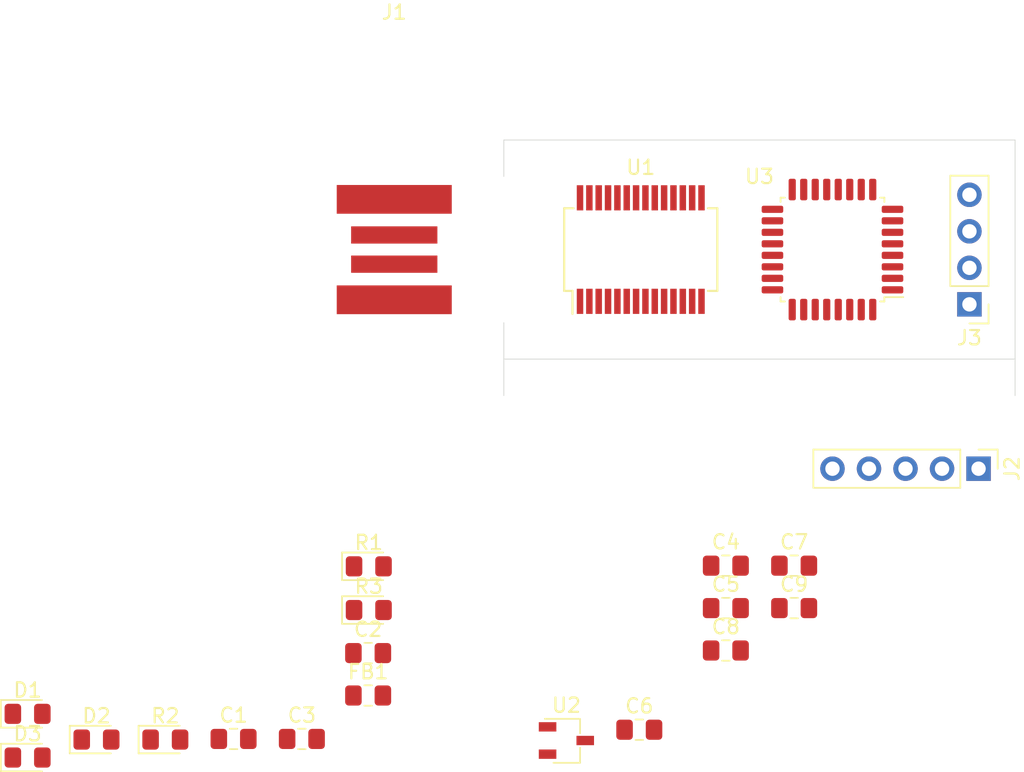
<source format=kicad_pcb>
(kicad_pcb (version 20171130) (host pcbnew "(5.1.6-0-10_14)")

  (general
    (thickness 1.6)
    (drawings 6)
    (tracks 0)
    (zones 0)
    (modules 22)
    (nets 51)
  )

  (page A4)
  (layers
    (0 F.Cu signal)
    (31 B.Cu signal)
    (32 B.Adhes user)
    (33 F.Adhes user)
    (34 B.Paste user)
    (35 F.Paste user)
    (36 B.SilkS user)
    (37 F.SilkS user)
    (38 B.Mask user)
    (39 F.Mask user)
    (40 Dwgs.User user)
    (41 Cmts.User user)
    (42 Eco1.User user)
    (43 Eco2.User user)
    (44 Edge.Cuts user)
    (45 Margin user)
    (46 B.CrtYd user)
    (47 F.CrtYd user)
    (48 B.Fab user hide)
    (49 F.Fab user hide)
  )

  (setup
    (last_trace_width 0.25)
    (trace_clearance 0.2)
    (zone_clearance 0.508)
    (zone_45_only no)
    (trace_min 0.2)
    (via_size 0.8)
    (via_drill 0.4)
    (via_min_size 0.4)
    (via_min_drill 0.3)
    (uvia_size 0.3)
    (uvia_drill 0.1)
    (uvias_allowed no)
    (uvia_min_size 0.2)
    (uvia_min_drill 0.1)
    (edge_width 0.05)
    (segment_width 0.2)
    (pcb_text_width 0.3)
    (pcb_text_size 1.5 1.5)
    (mod_edge_width 0.12)
    (mod_text_size 1 1)
    (mod_text_width 0.15)
    (pad_size 1.524 1.524)
    (pad_drill 0.762)
    (pad_to_mask_clearance 0.05)
    (aux_axis_origin 0 0)
    (visible_elements FFFFFF7F)
    (pcbplotparams
      (layerselection 0x010fc_ffffffff)
      (usegerberextensions false)
      (usegerberattributes true)
      (usegerberadvancedattributes true)
      (creategerberjobfile true)
      (excludeedgelayer true)
      (linewidth 0.100000)
      (plotframeref false)
      (viasonmask false)
      (mode 1)
      (useauxorigin false)
      (hpglpennumber 1)
      (hpglpenspeed 20)
      (hpglpendiameter 15.000000)
      (psnegative false)
      (psa4output false)
      (plotreference true)
      (plotvalue true)
      (plotinvisibletext false)
      (padsonsilk false)
      (subtractmaskfromsilk false)
      (outputformat 1)
      (mirror false)
      (drillshape 1)
      (scaleselection 1)
      (outputdirectory ""))
  )

  (net 0 "")
  (net 1 GNDS)
  (net 2 "Net-(C1-Pad1)")
  (net 3 +5V)
  (net 4 +3V3)
  (net 5 "Net-(D1-Pad1)")
  (net 6 "Net-(D2-Pad1)")
  (net 7 "Net-(D3-Pad1)")
  (net 8 "Net-(J1-Pad3)")
  (net 9 "Net-(J1-Pad2)")
  (net 10 /MCU/NRST)
  (net 11 /MCU/SYS_SWDIO)
  (net 12 /MCU/SYS_SWCLK)
  (net 13 /MCU/I2C_SDA)
  (net 14 /MCU/I2C_SCL)
  (net 15 /USB_TO_RS232/TXLED#)
  (net 16 /USB_TO_RS232/RXLED#)
  (net 17 /USB_TO_RS232/SLEEP#)
  (net 18 "Net-(U1-Pad28)")
  (net 19 "Net-(U1-Pad27)")
  (net 20 "Net-(U1-Pad19)")
  (net 21 "Net-(U1-Pad17)")
  (net 22 "Net-(U1-Pad14)")
  (net 23 "Net-(U1-Pad13)")
  (net 24 "Net-(U1-Pad11)")
  (net 25 "Net-(U1-Pad10)")
  (net 26 "Net-(U1-Pad9)")
  (net 27 "Net-(U1-Pad6)")
  (net 28 /MCU/USART_RX)
  (net 29 "Net-(U1-Pad3)")
  (net 30 "Net-(U1-Pad2)")
  (net 31 /MCU/USART_TX)
  (net 32 "Net-(U3-Pad30)")
  (net 33 "Net-(U3-Pad29)")
  (net 34 "Net-(U3-Pad28)")
  (net 35 "Net-(U3-Pad27)")
  (net 36 "Net-(U3-Pad26)")
  (net 37 "Net-(U3-Pad25)")
  (net 38 "Net-(U3-Pad22)")
  (net 39 "Net-(U3-Pad21)")
  (net 40 "Net-(U3-Pad18)")
  (net 41 "Net-(U3-Pad15)")
  (net 42 "Net-(U3-Pad14)")
  (net 43 "Net-(U3-Pad11)")
  (net 44 "Net-(U3-Pad10)")
  (net 45 "Net-(U3-Pad9)")
  (net 46 "Net-(U3-Pad8)")
  (net 47 "Net-(U3-Pad7)")
  (net 48 "Net-(U3-Pad6)")
  (net 49 "Net-(U3-Pad3)")
  (net 50 "Net-(U3-Pad2)")

  (net_class Default "This is the default net class."
    (clearance 0.2)
    (trace_width 0.25)
    (via_dia 0.8)
    (via_drill 0.4)
    (uvia_dia 0.3)
    (uvia_drill 0.1)
    (add_net +3V3)
    (add_net +5V)
    (add_net /MCU/I2C_SCL)
    (add_net /MCU/I2C_SDA)
    (add_net /MCU/NRST)
    (add_net /MCU/SYS_SWCLK)
    (add_net /MCU/SYS_SWDIO)
    (add_net /MCU/USART_RX)
    (add_net /MCU/USART_TX)
    (add_net /USB_TO_RS232/RXLED#)
    (add_net /USB_TO_RS232/SLEEP#)
    (add_net /USB_TO_RS232/TXLED#)
    (add_net GNDS)
    (add_net "Net-(C1-Pad1)")
    (add_net "Net-(D1-Pad1)")
    (add_net "Net-(D2-Pad1)")
    (add_net "Net-(D3-Pad1)")
    (add_net "Net-(J1-Pad2)")
    (add_net "Net-(J1-Pad3)")
    (add_net "Net-(U1-Pad10)")
    (add_net "Net-(U1-Pad11)")
    (add_net "Net-(U1-Pad13)")
    (add_net "Net-(U1-Pad14)")
    (add_net "Net-(U1-Pad17)")
    (add_net "Net-(U1-Pad19)")
    (add_net "Net-(U1-Pad2)")
    (add_net "Net-(U1-Pad27)")
    (add_net "Net-(U1-Pad28)")
    (add_net "Net-(U1-Pad3)")
    (add_net "Net-(U1-Pad6)")
    (add_net "Net-(U1-Pad9)")
    (add_net "Net-(U3-Pad10)")
    (add_net "Net-(U3-Pad11)")
    (add_net "Net-(U3-Pad14)")
    (add_net "Net-(U3-Pad15)")
    (add_net "Net-(U3-Pad18)")
    (add_net "Net-(U3-Pad2)")
    (add_net "Net-(U3-Pad21)")
    (add_net "Net-(U3-Pad22)")
    (add_net "Net-(U3-Pad25)")
    (add_net "Net-(U3-Pad26)")
    (add_net "Net-(U3-Pad27)")
    (add_net "Net-(U3-Pad28)")
    (add_net "Net-(U3-Pad29)")
    (add_net "Net-(U3-Pad3)")
    (add_net "Net-(U3-Pad30)")
    (add_net "Net-(U3-Pad6)")
    (add_net "Net-(U3-Pad7)")
    (add_net "Net-(U3-Pad8)")
    (add_net "Net-(U3-Pad9)")
  )

  (module Package_QFP:LQFP-32_7x7mm_P0.8mm (layer F.Cu) (tedit 5D9F72AF) (tstamp 5F68E35E)
    (at 165.1 78.74 180)
    (descr "LQFP, 32 Pin (https://www.nxp.com/docs/en/package-information/SOT358-1.pdf), generated with kicad-footprint-generator ipc_gullwing_generator.py")
    (tags "LQFP QFP")
    (path /5F6E342E/5F6E45CF)
    (attr smd)
    (fp_text reference U3 (at 5.08 5.08) (layer F.SilkS)
      (effects (font (size 1 1) (thickness 0.15)))
    )
    (fp_text value STM32F051K4Tx (at 0 5.88) (layer F.Fab)
      (effects (font (size 1 1) (thickness 0.15)))
    )
    (fp_text user %R (at 0 0) (layer F.Fab)
      (effects (font (size 1 1) (thickness 0.15)))
    )
    (fp_line (start 3.31 3.61) (end 3.61 3.61) (layer F.SilkS) (width 0.12))
    (fp_line (start 3.61 3.61) (end 3.61 3.31) (layer F.SilkS) (width 0.12))
    (fp_line (start -3.31 3.61) (end -3.61 3.61) (layer F.SilkS) (width 0.12))
    (fp_line (start -3.61 3.61) (end -3.61 3.31) (layer F.SilkS) (width 0.12))
    (fp_line (start 3.31 -3.61) (end 3.61 -3.61) (layer F.SilkS) (width 0.12))
    (fp_line (start 3.61 -3.61) (end 3.61 -3.31) (layer F.SilkS) (width 0.12))
    (fp_line (start -3.31 -3.61) (end -3.61 -3.61) (layer F.SilkS) (width 0.12))
    (fp_line (start -3.61 -3.61) (end -3.61 -3.31) (layer F.SilkS) (width 0.12))
    (fp_line (start -3.61 -3.31) (end -4.925 -3.31) (layer F.SilkS) (width 0.12))
    (fp_line (start -2.5 -3.5) (end 3.5 -3.5) (layer F.Fab) (width 0.1))
    (fp_line (start 3.5 -3.5) (end 3.5 3.5) (layer F.Fab) (width 0.1))
    (fp_line (start 3.5 3.5) (end -3.5 3.5) (layer F.Fab) (width 0.1))
    (fp_line (start -3.5 3.5) (end -3.5 -2.5) (layer F.Fab) (width 0.1))
    (fp_line (start -3.5 -2.5) (end -2.5 -3.5) (layer F.Fab) (width 0.1))
    (fp_line (start 0 -5.18) (end -3.3 -5.18) (layer F.CrtYd) (width 0.05))
    (fp_line (start -3.3 -5.18) (end -3.3 -3.75) (layer F.CrtYd) (width 0.05))
    (fp_line (start -3.3 -3.75) (end -3.75 -3.75) (layer F.CrtYd) (width 0.05))
    (fp_line (start -3.75 -3.75) (end -3.75 -3.3) (layer F.CrtYd) (width 0.05))
    (fp_line (start -3.75 -3.3) (end -5.18 -3.3) (layer F.CrtYd) (width 0.05))
    (fp_line (start -5.18 -3.3) (end -5.18 0) (layer F.CrtYd) (width 0.05))
    (fp_line (start 0 -5.18) (end 3.3 -5.18) (layer F.CrtYd) (width 0.05))
    (fp_line (start 3.3 -5.18) (end 3.3 -3.75) (layer F.CrtYd) (width 0.05))
    (fp_line (start 3.3 -3.75) (end 3.75 -3.75) (layer F.CrtYd) (width 0.05))
    (fp_line (start 3.75 -3.75) (end 3.75 -3.3) (layer F.CrtYd) (width 0.05))
    (fp_line (start 3.75 -3.3) (end 5.18 -3.3) (layer F.CrtYd) (width 0.05))
    (fp_line (start 5.18 -3.3) (end 5.18 0) (layer F.CrtYd) (width 0.05))
    (fp_line (start 0 5.18) (end -3.3 5.18) (layer F.CrtYd) (width 0.05))
    (fp_line (start -3.3 5.18) (end -3.3 3.75) (layer F.CrtYd) (width 0.05))
    (fp_line (start -3.3 3.75) (end -3.75 3.75) (layer F.CrtYd) (width 0.05))
    (fp_line (start -3.75 3.75) (end -3.75 3.3) (layer F.CrtYd) (width 0.05))
    (fp_line (start -3.75 3.3) (end -5.18 3.3) (layer F.CrtYd) (width 0.05))
    (fp_line (start -5.18 3.3) (end -5.18 0) (layer F.CrtYd) (width 0.05))
    (fp_line (start 0 5.18) (end 3.3 5.18) (layer F.CrtYd) (width 0.05))
    (fp_line (start 3.3 5.18) (end 3.3 3.75) (layer F.CrtYd) (width 0.05))
    (fp_line (start 3.3 3.75) (end 3.75 3.75) (layer F.CrtYd) (width 0.05))
    (fp_line (start 3.75 3.75) (end 3.75 3.3) (layer F.CrtYd) (width 0.05))
    (fp_line (start 3.75 3.3) (end 5.18 3.3) (layer F.CrtYd) (width 0.05))
    (fp_line (start 5.18 3.3) (end 5.18 0) (layer F.CrtYd) (width 0.05))
    (pad 32 smd roundrect (at -2.8 -4.175 180) (size 0.5 1.5) (layers F.Cu F.Paste F.Mask) (roundrect_rratio 0.25)
      (net 1 GNDS))
    (pad 31 smd roundrect (at -2 -4.175 180) (size 0.5 1.5) (layers F.Cu F.Paste F.Mask) (roundrect_rratio 0.25)
      (net 1 GNDS))
    (pad 30 smd roundrect (at -1.2 -4.175 180) (size 0.5 1.5) (layers F.Cu F.Paste F.Mask) (roundrect_rratio 0.25)
      (net 32 "Net-(U3-Pad30)"))
    (pad 29 smd roundrect (at -0.4 -4.175 180) (size 0.5 1.5) (layers F.Cu F.Paste F.Mask) (roundrect_rratio 0.25)
      (net 33 "Net-(U3-Pad29)"))
    (pad 28 smd roundrect (at 0.4 -4.175 180) (size 0.5 1.5) (layers F.Cu F.Paste F.Mask) (roundrect_rratio 0.25)
      (net 34 "Net-(U3-Pad28)"))
    (pad 27 smd roundrect (at 1.2 -4.175 180) (size 0.5 1.5) (layers F.Cu F.Paste F.Mask) (roundrect_rratio 0.25)
      (net 35 "Net-(U3-Pad27)"))
    (pad 26 smd roundrect (at 2 -4.175 180) (size 0.5 1.5) (layers F.Cu F.Paste F.Mask) (roundrect_rratio 0.25)
      (net 36 "Net-(U3-Pad26)"))
    (pad 25 smd roundrect (at 2.8 -4.175 180) (size 0.5 1.5) (layers F.Cu F.Paste F.Mask) (roundrect_rratio 0.25)
      (net 37 "Net-(U3-Pad25)"))
    (pad 24 smd roundrect (at 4.175 -2.8 180) (size 1.5 0.5) (layers F.Cu F.Paste F.Mask) (roundrect_rratio 0.25)
      (net 12 /MCU/SYS_SWCLK))
    (pad 23 smd roundrect (at 4.175 -2 180) (size 1.5 0.5) (layers F.Cu F.Paste F.Mask) (roundrect_rratio 0.25)
      (net 11 /MCU/SYS_SWDIO))
    (pad 22 smd roundrect (at 4.175 -1.2 180) (size 1.5 0.5) (layers F.Cu F.Paste F.Mask) (roundrect_rratio 0.25)
      (net 38 "Net-(U3-Pad22)"))
    (pad 21 smd roundrect (at 4.175 -0.4 180) (size 1.5 0.5) (layers F.Cu F.Paste F.Mask) (roundrect_rratio 0.25)
      (net 39 "Net-(U3-Pad21)"))
    (pad 20 smd roundrect (at 4.175 0.4 180) (size 1.5 0.5) (layers F.Cu F.Paste F.Mask) (roundrect_rratio 0.25)
      (net 28 /MCU/USART_RX))
    (pad 19 smd roundrect (at 4.175 1.2 180) (size 1.5 0.5) (layers F.Cu F.Paste F.Mask) (roundrect_rratio 0.25)
      (net 31 /MCU/USART_TX))
    (pad 18 smd roundrect (at 4.175 2 180) (size 1.5 0.5) (layers F.Cu F.Paste F.Mask) (roundrect_rratio 0.25)
      (net 40 "Net-(U3-Pad18)"))
    (pad 17 smd roundrect (at 4.175 2.8 180) (size 1.5 0.5) (layers F.Cu F.Paste F.Mask) (roundrect_rratio 0.25)
      (net 4 +3V3))
    (pad 16 smd roundrect (at 2.8 4.175 180) (size 0.5 1.5) (layers F.Cu F.Paste F.Mask) (roundrect_rratio 0.25)
      (net 1 GNDS))
    (pad 15 smd roundrect (at 2 4.175 180) (size 0.5 1.5) (layers F.Cu F.Paste F.Mask) (roundrect_rratio 0.25)
      (net 41 "Net-(U3-Pad15)"))
    (pad 14 smd roundrect (at 1.2 4.175 180) (size 0.5 1.5) (layers F.Cu F.Paste F.Mask) (roundrect_rratio 0.25)
      (net 42 "Net-(U3-Pad14)"))
    (pad 13 smd roundrect (at 0.4 4.175 180) (size 0.5 1.5) (layers F.Cu F.Paste F.Mask) (roundrect_rratio 0.25)
      (net 13 /MCU/I2C_SDA))
    (pad 12 smd roundrect (at -0.4 4.175 180) (size 0.5 1.5) (layers F.Cu F.Paste F.Mask) (roundrect_rratio 0.25)
      (net 14 /MCU/I2C_SCL))
    (pad 11 smd roundrect (at -1.2 4.175 180) (size 0.5 1.5) (layers F.Cu F.Paste F.Mask) (roundrect_rratio 0.25)
      (net 43 "Net-(U3-Pad11)"))
    (pad 10 smd roundrect (at -2 4.175 180) (size 0.5 1.5) (layers F.Cu F.Paste F.Mask) (roundrect_rratio 0.25)
      (net 44 "Net-(U3-Pad10)"))
    (pad 9 smd roundrect (at -2.8 4.175 180) (size 0.5 1.5) (layers F.Cu F.Paste F.Mask) (roundrect_rratio 0.25)
      (net 45 "Net-(U3-Pad9)"))
    (pad 8 smd roundrect (at -4.175 2.8 180) (size 1.5 0.5) (layers F.Cu F.Paste F.Mask) (roundrect_rratio 0.25)
      (net 46 "Net-(U3-Pad8)"))
    (pad 7 smd roundrect (at -4.175 2 180) (size 1.5 0.5) (layers F.Cu F.Paste F.Mask) (roundrect_rratio 0.25)
      (net 47 "Net-(U3-Pad7)"))
    (pad 6 smd roundrect (at -4.175 1.2 180) (size 1.5 0.5) (layers F.Cu F.Paste F.Mask) (roundrect_rratio 0.25)
      (net 48 "Net-(U3-Pad6)"))
    (pad 5 smd roundrect (at -4.175 0.4 180) (size 1.5 0.5) (layers F.Cu F.Paste F.Mask) (roundrect_rratio 0.25)
      (net 4 +3V3))
    (pad 4 smd roundrect (at -4.175 -0.4 180) (size 1.5 0.5) (layers F.Cu F.Paste F.Mask) (roundrect_rratio 0.25)
      (net 10 /MCU/NRST))
    (pad 3 smd roundrect (at -4.175 -1.2 180) (size 1.5 0.5) (layers F.Cu F.Paste F.Mask) (roundrect_rratio 0.25)
      (net 49 "Net-(U3-Pad3)"))
    (pad 2 smd roundrect (at -4.175 -2 180) (size 1.5 0.5) (layers F.Cu F.Paste F.Mask) (roundrect_rratio 0.25)
      (net 50 "Net-(U3-Pad2)"))
    (pad 1 smd roundrect (at -4.175 -2.8 180) (size 1.5 0.5) (layers F.Cu F.Paste F.Mask) (roundrect_rratio 0.25)
      (net 4 +3V3))
    (model ${KISYS3DMOD}/Package_QFP.3dshapes/LQFP-32_7x7mm_P0.8mm.wrl
      (at (xyz 0 0 0))
      (scale (xyz 1 1 1))
      (rotate (xyz 0 0 0))
    )
  )

  (module Package_TO_SOT_SMD:TSOT-23 (layer F.Cu) (tedit 5A02FF57) (tstamp 5F68E313)
    (at 146.594 112.886)
    (descr "3-pin TSOT23 package, http://www.analog.com.tw/pdf/All_In_One.pdf")
    (tags TSOT-23)
    (path /5F6E342E/5F6F3B1A)
    (attr smd)
    (fp_text reference U2 (at 0 -2.45) (layer F.SilkS)
      (effects (font (size 1 1) (thickness 0.15)))
    )
    (fp_text value SE8233X2 (at 0 2.5) (layer F.Fab)
      (effects (font (size 1 1) (thickness 0.15)))
    )
    (fp_text user %R (at 0 0 90) (layer F.Fab)
      (effects (font (size 0.5 0.5) (thickness 0.075)))
    )
    (fp_line (start 0.95 0.5) (end 0.95 1.55) (layer F.SilkS) (width 0.12))
    (fp_line (start 0.95 1.55) (end -0.9 1.55) (layer F.SilkS) (width 0.12))
    (fp_line (start 0.95 -1.5) (end 0.95 -0.5) (layer F.SilkS) (width 0.12))
    (fp_line (start 0.93 -1.51) (end -1.5 -1.51) (layer F.SilkS) (width 0.12))
    (fp_line (start -0.88 -1) (end -0.43 -1.45) (layer F.Fab) (width 0.1))
    (fp_line (start 0.88 -1.45) (end -0.43 -1.45) (layer F.Fab) (width 0.1))
    (fp_line (start -0.88 -1) (end -0.88 1.45) (layer F.Fab) (width 0.1))
    (fp_line (start 0.88 1.45) (end -0.88 1.45) (layer F.Fab) (width 0.1))
    (fp_line (start 0.88 -1.45) (end 0.88 1.45) (layer F.Fab) (width 0.1))
    (fp_line (start -2.17 -1.7) (end 2.17 -1.7) (layer F.CrtYd) (width 0.05))
    (fp_line (start -2.17 -1.7) (end -2.17 1.7) (layer F.CrtYd) (width 0.05))
    (fp_line (start 2.17 1.7) (end 2.17 -1.7) (layer F.CrtYd) (width 0.05))
    (fp_line (start 2.17 1.7) (end -2.17 1.7) (layer F.CrtYd) (width 0.05))
    (pad 3 smd rect (at 1.31 0) (size 1.22 0.65) (layers F.Cu F.Paste F.Mask)
      (net 3 +5V))
    (pad 2 smd rect (at -1.31 0.95) (size 1.22 0.65) (layers F.Cu F.Paste F.Mask)
      (net 4 +3V3))
    (pad 1 smd rect (at -1.31 -0.95) (size 1.22 0.65) (layers F.Cu F.Paste F.Mask)
      (net 1 GNDS))
    (model ${KISYS3DMOD}/Package_TO_SOT_SMD.3dshapes/TSOT-23.wrl
      (at (xyz 0 0 0))
      (scale (xyz 1 1 1))
      (rotate (xyz 0 0 0))
    )
  )

  (module Package_SO:SSOP-28_5.3x10.2mm_P0.65mm (layer F.Cu) (tedit 5A02F25C) (tstamp 5F68E2FE)
    (at 151.765 78.74 90)
    (descr "28-Lead Plastic Shrink Small Outline (SS)-5.30 mm Body [SSOP] (see Microchip Packaging Specification 00000049BS.pdf)")
    (tags "SSOP 0.65")
    (path /5F6D964E/5F6E2BBA)
    (attr smd)
    (fp_text reference U1 (at 5.715 0 180) (layer F.SilkS)
      (effects (font (size 1 1) (thickness 0.15)))
    )
    (fp_text value FT232RL (at 0 6.25 90) (layer F.Fab)
      (effects (font (size 1 1) (thickness 0.15)))
    )
    (fp_text user %R (at 0 0 90) (layer F.Fab)
      (effects (font (size 0.8 0.8) (thickness 0.15)))
    )
    (fp_line (start -1.65 -5.1) (end 2.65 -5.1) (layer F.Fab) (width 0.15))
    (fp_line (start 2.65 -5.1) (end 2.65 5.1) (layer F.Fab) (width 0.15))
    (fp_line (start 2.65 5.1) (end -2.65 5.1) (layer F.Fab) (width 0.15))
    (fp_line (start -2.65 5.1) (end -2.65 -4.1) (layer F.Fab) (width 0.15))
    (fp_line (start -2.65 -4.1) (end -1.65 -5.1) (layer F.Fab) (width 0.15))
    (fp_line (start -4.75 -5.5) (end -4.75 5.5) (layer F.CrtYd) (width 0.05))
    (fp_line (start 4.75 -5.5) (end 4.75 5.5) (layer F.CrtYd) (width 0.05))
    (fp_line (start -4.75 -5.5) (end 4.75 -5.5) (layer F.CrtYd) (width 0.05))
    (fp_line (start -4.75 5.5) (end 4.75 5.5) (layer F.CrtYd) (width 0.05))
    (fp_line (start -2.875 -5.325) (end -2.875 -4.75) (layer F.SilkS) (width 0.15))
    (fp_line (start 2.875 -5.325) (end 2.875 -4.675) (layer F.SilkS) (width 0.15))
    (fp_line (start 2.875 5.325) (end 2.875 4.675) (layer F.SilkS) (width 0.15))
    (fp_line (start -2.875 5.325) (end -2.875 4.675) (layer F.SilkS) (width 0.15))
    (fp_line (start -2.875 -5.325) (end 2.875 -5.325) (layer F.SilkS) (width 0.15))
    (fp_line (start -2.875 5.325) (end 2.875 5.325) (layer F.SilkS) (width 0.15))
    (fp_line (start -2.875 -4.75) (end -4.475 -4.75) (layer F.SilkS) (width 0.15))
    (pad 28 smd rect (at 3.6 -4.225 90) (size 1.75 0.45) (layers F.Cu F.Paste F.Mask)
      (net 18 "Net-(U1-Pad28)"))
    (pad 27 smd rect (at 3.6 -3.575 90) (size 1.75 0.45) (layers F.Cu F.Paste F.Mask)
      (net 19 "Net-(U1-Pad27)"))
    (pad 26 smd rect (at 3.6 -2.925 90) (size 1.75 0.45) (layers F.Cu F.Paste F.Mask)
      (net 1 GNDS))
    (pad 25 smd rect (at 3.6 -2.275 90) (size 1.75 0.45) (layers F.Cu F.Paste F.Mask)
      (net 1 GNDS))
    (pad 24 smd rect (at 3.6 -1.625 90) (size 1.75 0.45) (layers F.Cu F.Paste F.Mask))
    (pad 23 smd rect (at 3.6 -0.975 90) (size 1.75 0.45) (layers F.Cu F.Paste F.Mask)
      (net 15 /USB_TO_RS232/TXLED#))
    (pad 22 smd rect (at 3.6 -0.325 90) (size 1.75 0.45) (layers F.Cu F.Paste F.Mask)
      (net 16 /USB_TO_RS232/RXLED#))
    (pad 21 smd rect (at 3.6 0.325 90) (size 1.75 0.45) (layers F.Cu F.Paste F.Mask)
      (net 1 GNDS))
    (pad 20 smd rect (at 3.6 0.975 90) (size 1.75 0.45) (layers F.Cu F.Paste F.Mask)
      (net 3 +5V))
    (pad 19 smd rect (at 3.6 1.625 90) (size 1.75 0.45) (layers F.Cu F.Paste F.Mask)
      (net 20 "Net-(U1-Pad19)"))
    (pad 18 smd rect (at 3.6 2.275 90) (size 1.75 0.45) (layers F.Cu F.Paste F.Mask)
      (net 1 GNDS))
    (pad 17 smd rect (at 3.6 2.925 90) (size 1.75 0.45) (layers F.Cu F.Paste F.Mask)
      (net 21 "Net-(U1-Pad17)"))
    (pad 16 smd rect (at 3.6 3.575 90) (size 1.75 0.45) (layers F.Cu F.Paste F.Mask)
      (net 9 "Net-(J1-Pad2)"))
    (pad 15 smd rect (at 3.6 4.225 90) (size 1.75 0.45) (layers F.Cu F.Paste F.Mask)
      (net 8 "Net-(J1-Pad3)"))
    (pad 14 smd rect (at -3.6 4.225 90) (size 1.75 0.45) (layers F.Cu F.Paste F.Mask)
      (net 22 "Net-(U1-Pad14)"))
    (pad 13 smd rect (at -3.6 3.575 90) (size 1.75 0.45) (layers F.Cu F.Paste F.Mask)
      (net 23 "Net-(U1-Pad13)"))
    (pad 12 smd rect (at -3.6 2.925 90) (size 1.75 0.45) (layers F.Cu F.Paste F.Mask)
      (net 17 /USB_TO_RS232/SLEEP#))
    (pad 11 smd rect (at -3.6 2.275 90) (size 1.75 0.45) (layers F.Cu F.Paste F.Mask)
      (net 24 "Net-(U1-Pad11)"))
    (pad 10 smd rect (at -3.6 1.625 90) (size 1.75 0.45) (layers F.Cu F.Paste F.Mask)
      (net 25 "Net-(U1-Pad10)"))
    (pad 9 smd rect (at -3.6 0.975 90) (size 1.75 0.45) (layers F.Cu F.Paste F.Mask)
      (net 26 "Net-(U1-Pad9)"))
    (pad 8 smd rect (at -3.6 0.325 90) (size 1.75 0.45) (layers F.Cu F.Paste F.Mask))
    (pad 7 smd rect (at -3.6 -0.325 90) (size 1.75 0.45) (layers F.Cu F.Paste F.Mask)
      (net 1 GNDS))
    (pad 6 smd rect (at -3.6 -0.975 90) (size 1.75 0.45) (layers F.Cu F.Paste F.Mask)
      (net 27 "Net-(U1-Pad6)"))
    (pad 5 smd rect (at -3.6 -1.625 90) (size 1.75 0.45) (layers F.Cu F.Paste F.Mask)
      (net 28 /MCU/USART_RX))
    (pad 4 smd rect (at -3.6 -2.275 90) (size 1.75 0.45) (layers F.Cu F.Paste F.Mask)
      (net 3 +5V))
    (pad 3 smd rect (at -3.6 -2.925 90) (size 1.75 0.45) (layers F.Cu F.Paste F.Mask)
      (net 29 "Net-(U1-Pad3)"))
    (pad 2 smd rect (at -3.6 -3.575 90) (size 1.75 0.45) (layers F.Cu F.Paste F.Mask)
      (net 30 "Net-(U1-Pad2)"))
    (pad 1 smd rect (at -3.6 -4.225 90) (size 1.75 0.45) (layers F.Cu F.Paste F.Mask)
      (net 31 /MCU/USART_TX))
    (model ${KISYS3DMOD}/Package_SO.3dshapes/SSOP-28_5.3x10.2mm_P0.65mm.wrl
      (at (xyz 0 0 0))
      (scale (xyz 1 1 1))
      (rotate (xyz 0 0 0))
    )
  )

  (module LED_SMD:LED_0805_2012Metric_Pad1.15x1.40mm_HandSolder (layer F.Cu) (tedit 5B4B45C9) (tstamp 5F68E2CD)
    (at 132.849 103.811)
    (descr "LED SMD 0805 (2012 Metric), square (rectangular) end terminal, IPC_7351 nominal, (Body size source: https://docs.google.com/spreadsheets/d/1BsfQQcO9C6DZCsRaXUlFlo91Tg2WpOkGARC1WS5S8t0/edit?usp=sharing), generated with kicad-footprint-generator")
    (tags "LED handsolder")
    (path /5F6D964E/5F6E2C45)
    (attr smd)
    (fp_text reference R3 (at 0 -1.65) (layer F.SilkS)
      (effects (font (size 1 1) (thickness 0.15)))
    )
    (fp_text value 270R (at 0 1.65) (layer F.Fab)
      (effects (font (size 1 1) (thickness 0.15)))
    )
    (fp_text user %R (at 0 0) (layer F.Fab)
      (effects (font (size 0.5 0.5) (thickness 0.08)))
    )
    (fp_line (start 1 -0.6) (end -0.7 -0.6) (layer F.Fab) (width 0.1))
    (fp_line (start -0.7 -0.6) (end -1 -0.3) (layer F.Fab) (width 0.1))
    (fp_line (start -1 -0.3) (end -1 0.6) (layer F.Fab) (width 0.1))
    (fp_line (start -1 0.6) (end 1 0.6) (layer F.Fab) (width 0.1))
    (fp_line (start 1 0.6) (end 1 -0.6) (layer F.Fab) (width 0.1))
    (fp_line (start 1 -0.96) (end -1.86 -0.96) (layer F.SilkS) (width 0.12))
    (fp_line (start -1.86 -0.96) (end -1.86 0.96) (layer F.SilkS) (width 0.12))
    (fp_line (start -1.86 0.96) (end 1 0.96) (layer F.SilkS) (width 0.12))
    (fp_line (start -1.85 0.95) (end -1.85 -0.95) (layer F.CrtYd) (width 0.05))
    (fp_line (start -1.85 -0.95) (end 1.85 -0.95) (layer F.CrtYd) (width 0.05))
    (fp_line (start 1.85 -0.95) (end 1.85 0.95) (layer F.CrtYd) (width 0.05))
    (fp_line (start 1.85 0.95) (end -1.85 0.95) (layer F.CrtYd) (width 0.05))
    (pad 2 smd roundrect (at 1.025 0) (size 1.15 1.4) (layers F.Cu F.Paste F.Mask) (roundrect_rratio 0.217391)
      (net 17 /USB_TO_RS232/SLEEP#))
    (pad 1 smd roundrect (at -1.025 0) (size 1.15 1.4) (layers F.Cu F.Paste F.Mask) (roundrect_rratio 0.217391)
      (net 7 "Net-(D3-Pad1)"))
    (model ${KISYS3DMOD}/LED_SMD.3dshapes/LED_0805_2012Metric.wrl
      (at (xyz 0 0 0))
      (scale (xyz 1 1 1))
      (rotate (xyz 0 0 0))
    )
  )

  (module LED_SMD:LED_0805_2012Metric_Pad1.15x1.40mm_HandSolder (layer F.Cu) (tedit 5B4B45C9) (tstamp 5F68E2BA)
    (at 118.699 112.821)
    (descr "LED SMD 0805 (2012 Metric), square (rectangular) end terminal, IPC_7351 nominal, (Body size source: https://docs.google.com/spreadsheets/d/1BsfQQcO9C6DZCsRaXUlFlo91Tg2WpOkGARC1WS5S8t0/edit?usp=sharing), generated with kicad-footprint-generator")
    (tags "LED handsolder")
    (path /5F6D964E/5F6E2C2F)
    (attr smd)
    (fp_text reference R2 (at 0 -1.65) (layer F.SilkS)
      (effects (font (size 1 1) (thickness 0.15)))
    )
    (fp_text value 270R (at 0 1.65) (layer F.Fab)
      (effects (font (size 1 1) (thickness 0.15)))
    )
    (fp_text user %R (at 0 0) (layer F.Fab)
      (effects (font (size 0.5 0.5) (thickness 0.08)))
    )
    (fp_line (start 1 -0.6) (end -0.7 -0.6) (layer F.Fab) (width 0.1))
    (fp_line (start -0.7 -0.6) (end -1 -0.3) (layer F.Fab) (width 0.1))
    (fp_line (start -1 -0.3) (end -1 0.6) (layer F.Fab) (width 0.1))
    (fp_line (start -1 0.6) (end 1 0.6) (layer F.Fab) (width 0.1))
    (fp_line (start 1 0.6) (end 1 -0.6) (layer F.Fab) (width 0.1))
    (fp_line (start 1 -0.96) (end -1.86 -0.96) (layer F.SilkS) (width 0.12))
    (fp_line (start -1.86 -0.96) (end -1.86 0.96) (layer F.SilkS) (width 0.12))
    (fp_line (start -1.86 0.96) (end 1 0.96) (layer F.SilkS) (width 0.12))
    (fp_line (start -1.85 0.95) (end -1.85 -0.95) (layer F.CrtYd) (width 0.05))
    (fp_line (start -1.85 -0.95) (end 1.85 -0.95) (layer F.CrtYd) (width 0.05))
    (fp_line (start 1.85 -0.95) (end 1.85 0.95) (layer F.CrtYd) (width 0.05))
    (fp_line (start 1.85 0.95) (end -1.85 0.95) (layer F.CrtYd) (width 0.05))
    (pad 2 smd roundrect (at 1.025 0) (size 1.15 1.4) (layers F.Cu F.Paste F.Mask) (roundrect_rratio 0.217391)
      (net 16 /USB_TO_RS232/RXLED#))
    (pad 1 smd roundrect (at -1.025 0) (size 1.15 1.4) (layers F.Cu F.Paste F.Mask) (roundrect_rratio 0.217391)
      (net 6 "Net-(D2-Pad1)"))
    (model ${KISYS3DMOD}/LED_SMD.3dshapes/LED_0805_2012Metric.wrl
      (at (xyz 0 0 0))
      (scale (xyz 1 1 1))
      (rotate (xyz 0 0 0))
    )
  )

  (module LED_SMD:LED_0805_2012Metric_Pad1.15x1.40mm_HandSolder (layer F.Cu) (tedit 5B4B45C9) (tstamp 5F68E2A7)
    (at 132.849 100.771)
    (descr "LED SMD 0805 (2012 Metric), square (rectangular) end terminal, IPC_7351 nominal, (Body size source: https://docs.google.com/spreadsheets/d/1BsfQQcO9C6DZCsRaXUlFlo91Tg2WpOkGARC1WS5S8t0/edit?usp=sharing), generated with kicad-footprint-generator")
    (tags "LED handsolder")
    (path /5F6D964E/5F6E2C19)
    (attr smd)
    (fp_text reference R1 (at 0 -1.65) (layer F.SilkS)
      (effects (font (size 1 1) (thickness 0.15)))
    )
    (fp_text value 270R (at 0 1.65) (layer F.Fab)
      (effects (font (size 1 1) (thickness 0.15)))
    )
    (fp_text user %R (at 0 0) (layer F.Fab)
      (effects (font (size 0.5 0.5) (thickness 0.08)))
    )
    (fp_line (start 1 -0.6) (end -0.7 -0.6) (layer F.Fab) (width 0.1))
    (fp_line (start -0.7 -0.6) (end -1 -0.3) (layer F.Fab) (width 0.1))
    (fp_line (start -1 -0.3) (end -1 0.6) (layer F.Fab) (width 0.1))
    (fp_line (start -1 0.6) (end 1 0.6) (layer F.Fab) (width 0.1))
    (fp_line (start 1 0.6) (end 1 -0.6) (layer F.Fab) (width 0.1))
    (fp_line (start 1 -0.96) (end -1.86 -0.96) (layer F.SilkS) (width 0.12))
    (fp_line (start -1.86 -0.96) (end -1.86 0.96) (layer F.SilkS) (width 0.12))
    (fp_line (start -1.86 0.96) (end 1 0.96) (layer F.SilkS) (width 0.12))
    (fp_line (start -1.85 0.95) (end -1.85 -0.95) (layer F.CrtYd) (width 0.05))
    (fp_line (start -1.85 -0.95) (end 1.85 -0.95) (layer F.CrtYd) (width 0.05))
    (fp_line (start 1.85 -0.95) (end 1.85 0.95) (layer F.CrtYd) (width 0.05))
    (fp_line (start 1.85 0.95) (end -1.85 0.95) (layer F.CrtYd) (width 0.05))
    (pad 2 smd roundrect (at 1.025 0) (size 1.15 1.4) (layers F.Cu F.Paste F.Mask) (roundrect_rratio 0.217391)
      (net 15 /USB_TO_RS232/TXLED#))
    (pad 1 smd roundrect (at -1.025 0) (size 1.15 1.4) (layers F.Cu F.Paste F.Mask) (roundrect_rratio 0.217391)
      (net 5 "Net-(D1-Pad1)"))
    (model ${KISYS3DMOD}/LED_SMD.3dshapes/LED_0805_2012Metric.wrl
      (at (xyz 0 0 0))
      (scale (xyz 1 1 1))
      (rotate (xyz 0 0 0))
    )
  )

  (module Connector_PinHeader_2.54mm:PinHeader_1x04_P2.54mm_Vertical (layer F.Cu) (tedit 59FED5CC) (tstamp 5F68E294)
    (at 174.625 82.55 180)
    (descr "Through hole straight pin header, 1x04, 2.54mm pitch, single row")
    (tags "Through hole pin header THT 1x04 2.54mm single row")
    (path /5F70E713/5F70EA35)
    (fp_text reference J3 (at 0 -2.33) (layer F.SilkS)
      (effects (font (size 1 1) (thickness 0.15)))
    )
    (fp_text value Conn_01x04 (at 0 9.95) (layer F.Fab)
      (effects (font (size 1 1) (thickness 0.15)))
    )
    (fp_text user %R (at 0 3.81 90) (layer F.Fab)
      (effects (font (size 1 1) (thickness 0.15)))
    )
    (fp_line (start -0.635 -1.27) (end 1.27 -1.27) (layer F.Fab) (width 0.1))
    (fp_line (start 1.27 -1.27) (end 1.27 8.89) (layer F.Fab) (width 0.1))
    (fp_line (start 1.27 8.89) (end -1.27 8.89) (layer F.Fab) (width 0.1))
    (fp_line (start -1.27 8.89) (end -1.27 -0.635) (layer F.Fab) (width 0.1))
    (fp_line (start -1.27 -0.635) (end -0.635 -1.27) (layer F.Fab) (width 0.1))
    (fp_line (start -1.33 8.95) (end 1.33 8.95) (layer F.SilkS) (width 0.12))
    (fp_line (start -1.33 1.27) (end -1.33 8.95) (layer F.SilkS) (width 0.12))
    (fp_line (start 1.33 1.27) (end 1.33 8.95) (layer F.SilkS) (width 0.12))
    (fp_line (start -1.33 1.27) (end 1.33 1.27) (layer F.SilkS) (width 0.12))
    (fp_line (start -1.33 0) (end -1.33 -1.33) (layer F.SilkS) (width 0.12))
    (fp_line (start -1.33 -1.33) (end 0 -1.33) (layer F.SilkS) (width 0.12))
    (fp_line (start -1.8 -1.8) (end -1.8 9.4) (layer F.CrtYd) (width 0.05))
    (fp_line (start -1.8 9.4) (end 1.8 9.4) (layer F.CrtYd) (width 0.05))
    (fp_line (start 1.8 9.4) (end 1.8 -1.8) (layer F.CrtYd) (width 0.05))
    (fp_line (start 1.8 -1.8) (end -1.8 -1.8) (layer F.CrtYd) (width 0.05))
    (pad 4 thru_hole oval (at 0 7.62 180) (size 1.7 1.7) (drill 1) (layers *.Cu *.Mask)
      (net 13 /MCU/I2C_SDA))
    (pad 3 thru_hole oval (at 0 5.08 180) (size 1.7 1.7) (drill 1) (layers *.Cu *.Mask)
      (net 14 /MCU/I2C_SCL))
    (pad 2 thru_hole oval (at 0 2.54 180) (size 1.7 1.7) (drill 1) (layers *.Cu *.Mask)
      (net 4 +3V3))
    (pad 1 thru_hole rect (at 0 0 180) (size 1.7 1.7) (drill 1) (layers *.Cu *.Mask)
      (net 1 GNDS))
    (model ${KISYS3DMOD}/Connector_PinHeader_2.54mm.3dshapes/PinHeader_1x04_P2.54mm_Vertical.wrl
      (at (xyz 0 0 0))
      (scale (xyz 1 1 1))
      (rotate (xyz 0 0 0))
    )
  )

  (module Connector_PinHeader_2.54mm:PinHeader_1x05_P2.54mm_Vertical (layer F.Cu) (tedit 59FED5CC) (tstamp 5F68E27C)
    (at 175.26 93.98 270)
    (descr "Through hole straight pin header, 1x05, 2.54mm pitch, single row")
    (tags "Through hole pin header THT 1x05 2.54mm single row")
    (path /5F6E342E/5F6E921E)
    (fp_text reference J2 (at 0 -2.33 90) (layer F.SilkS)
      (effects (font (size 1 1) (thickness 0.15)))
    )
    (fp_text value Conn_01x05 (at 0 12.49 90) (layer F.Fab)
      (effects (font (size 1 1) (thickness 0.15)))
    )
    (fp_text user %R (at 0 5.08) (layer F.Fab)
      (effects (font (size 1 1) (thickness 0.15)))
    )
    (fp_line (start -0.635 -1.27) (end 1.27 -1.27) (layer F.Fab) (width 0.1))
    (fp_line (start 1.27 -1.27) (end 1.27 11.43) (layer F.Fab) (width 0.1))
    (fp_line (start 1.27 11.43) (end -1.27 11.43) (layer F.Fab) (width 0.1))
    (fp_line (start -1.27 11.43) (end -1.27 -0.635) (layer F.Fab) (width 0.1))
    (fp_line (start -1.27 -0.635) (end -0.635 -1.27) (layer F.Fab) (width 0.1))
    (fp_line (start -1.33 11.49) (end 1.33 11.49) (layer F.SilkS) (width 0.12))
    (fp_line (start -1.33 1.27) (end -1.33 11.49) (layer F.SilkS) (width 0.12))
    (fp_line (start 1.33 1.27) (end 1.33 11.49) (layer F.SilkS) (width 0.12))
    (fp_line (start -1.33 1.27) (end 1.33 1.27) (layer F.SilkS) (width 0.12))
    (fp_line (start -1.33 0) (end -1.33 -1.33) (layer F.SilkS) (width 0.12))
    (fp_line (start -1.33 -1.33) (end 0 -1.33) (layer F.SilkS) (width 0.12))
    (fp_line (start -1.8 -1.8) (end -1.8 11.95) (layer F.CrtYd) (width 0.05))
    (fp_line (start -1.8 11.95) (end 1.8 11.95) (layer F.CrtYd) (width 0.05))
    (fp_line (start 1.8 11.95) (end 1.8 -1.8) (layer F.CrtYd) (width 0.05))
    (fp_line (start 1.8 -1.8) (end -1.8 -1.8) (layer F.CrtYd) (width 0.05))
    (pad 5 thru_hole oval (at 0 10.16 270) (size 1.7 1.7) (drill 1) (layers *.Cu *.Mask)
      (net 10 /MCU/NRST))
    (pad 4 thru_hole oval (at 0 7.62 270) (size 1.7 1.7) (drill 1) (layers *.Cu *.Mask)
      (net 11 /MCU/SYS_SWDIO))
    (pad 3 thru_hole oval (at 0 5.08 270) (size 1.7 1.7) (drill 1) (layers *.Cu *.Mask)
      (net 1 GNDS))
    (pad 2 thru_hole oval (at 0 2.54 270) (size 1.7 1.7) (drill 1) (layers *.Cu *.Mask)
      (net 12 /MCU/SYS_SWCLK))
    (pad 1 thru_hole rect (at 0 0 270) (size 1.7 1.7) (drill 1) (layers *.Cu *.Mask)
      (net 4 +3V3))
    (model ${KISYS3DMOD}/Connector_PinHeader_2.54mm.3dshapes/PinHeader_1x05_P2.54mm_Vertical.wrl
      (at (xyz 0 0 0))
      (scale (xyz 1 1 1))
      (rotate (xyz 0 0 0))
    )
  )

  (module USB_Plug_ConnectorLess:USB_A_Plug_ConnectorLess (layer F.Cu) (tedit 5F68B239) (tstamp 5F68E263)
    (at 134.62 78.74)
    (path /5F6D964E/5F6E2BC6)
    (fp_text reference J1 (at 0 -16.51) (layer F.SilkS)
      (effects (font (size 1 1) (thickness 0.15)))
    )
    (fp_text value USB_A (at 0 -14.986) (layer F.Fab)
      (effects (font (size 1 1) (thickness 0.15)))
    )
    (fp_text user PCB (at 7.366 0 90) (layer Cmts.User)
      (effects (font (size 1 1) (thickness 0.15)))
    )
    (fp_text user FRONT (at -4.953 0 90) (layer Cmts.User)
      (effects (font (size 1 1) (thickness 0.15)))
    )
    (fp_line (start -4.064 -4.572) (end -4.064 4.572) (layer Cmts.User) (width 0.12))
    (fp_line (start -4.064 4.572) (end 8.001 4.572) (layer Cmts.User) (width 0.12))
    (fp_line (start -4.064 -4.572) (end 8.001 -4.572) (layer Cmts.User) (width 0.12))
    (fp_line (start 8.001 4.572) (end 8.001 -4.572) (layer Cmts.User) (width 0.12))
    (pad 3 smd rect (at 0 -1.016 270) (size 1.2 6) (layers F.Cu F.Paste F.Mask)
      (net 8 "Net-(J1-Pad3)"))
    (pad 2 smd rect (at 0 1.016 270) (size 1.2 6) (layers F.Cu F.Paste F.Mask)
      (net 9 "Net-(J1-Pad2)"))
    (pad 4 smd rect (at 0 -3.4925 270) (size 2 8) (layers F.Cu F.Paste F.Mask)
      (net 1 GNDS))
    (pad 1 smd rect (at 0 3.4925 270) (size 2 8) (layers F.Cu F.Paste F.Mask)
      (net 2 "Net-(C1-Pad1)"))
  )

  (module Inductor_SMD:L_0805_2012Metric_Pad1.15x1.40mm_HandSolder (layer F.Cu) (tedit 5B36C52B) (tstamp 5F68E255)
    (at 132.804 109.756)
    (descr "Capacitor SMD 0805 (2012 Metric), square (rectangular) end terminal, IPC_7351 nominal with elongated pad for handsoldering. (Body size source: https://docs.google.com/spreadsheets/d/1BsfQQcO9C6DZCsRaXUlFlo91Tg2WpOkGARC1WS5S8t0/edit?usp=sharing), generated with kicad-footprint-generator")
    (tags "inductor handsolder")
    (path /5F6D964E/5F6E2BC0)
    (attr smd)
    (fp_text reference FB1 (at 0 -1.65) (layer F.SilkS)
      (effects (font (size 1 1) (thickness 0.15)))
    )
    (fp_text value Ferrite_Bead_Small (at 0 1.65) (layer F.Fab)
      (effects (font (size 1 1) (thickness 0.15)))
    )
    (fp_text user %R (at 0 0) (layer F.Fab)
      (effects (font (size 0.5 0.5) (thickness 0.08)))
    )
    (fp_line (start -1 0.6) (end -1 -0.6) (layer F.Fab) (width 0.1))
    (fp_line (start -1 -0.6) (end 1 -0.6) (layer F.Fab) (width 0.1))
    (fp_line (start 1 -0.6) (end 1 0.6) (layer F.Fab) (width 0.1))
    (fp_line (start 1 0.6) (end -1 0.6) (layer F.Fab) (width 0.1))
    (fp_line (start -0.261252 -0.71) (end 0.261252 -0.71) (layer F.SilkS) (width 0.12))
    (fp_line (start -0.261252 0.71) (end 0.261252 0.71) (layer F.SilkS) (width 0.12))
    (fp_line (start -1.85 0.95) (end -1.85 -0.95) (layer F.CrtYd) (width 0.05))
    (fp_line (start -1.85 -0.95) (end 1.85 -0.95) (layer F.CrtYd) (width 0.05))
    (fp_line (start 1.85 -0.95) (end 1.85 0.95) (layer F.CrtYd) (width 0.05))
    (fp_line (start 1.85 0.95) (end -1.85 0.95) (layer F.CrtYd) (width 0.05))
    (pad 2 smd roundrect (at 1.025 0) (size 1.15 1.4) (layers F.Cu F.Paste F.Mask) (roundrect_rratio 0.217391)
      (net 3 +5V))
    (pad 1 smd roundrect (at -1.025 0) (size 1.15 1.4) (layers F.Cu F.Paste F.Mask) (roundrect_rratio 0.217391)
      (net 2 "Net-(C1-Pad1)"))
    (model ${KISYS3DMOD}/Inductor_SMD.3dshapes/L_0805_2012Metric.wrl
      (at (xyz 0 0 0))
      (scale (xyz 1 1 1))
      (rotate (xyz 0 0 0))
    )
  )

  (module LED_SMD:LED_0805_2012Metric_Pad1.15x1.40mm_HandSolder (layer F.Cu) (tedit 5B4B45C9) (tstamp 5F68E244)
    (at 109.119 114.071)
    (descr "LED SMD 0805 (2012 Metric), square (rectangular) end terminal, IPC_7351 nominal, (Body size source: https://docs.google.com/spreadsheets/d/1BsfQQcO9C6DZCsRaXUlFlo91Tg2WpOkGARC1WS5S8t0/edit?usp=sharing), generated with kicad-footprint-generator")
    (tags "LED handsolder")
    (path /5F6D964E/5F6E2C3F)
    (attr smd)
    (fp_text reference D3 (at 0 -1.65) (layer F.SilkS)
      (effects (font (size 1 1) (thickness 0.15)))
    )
    (fp_text value LED (at 0 1.65) (layer F.Fab)
      (effects (font (size 1 1) (thickness 0.15)))
    )
    (fp_text user %R (at 0 0) (layer F.Fab)
      (effects (font (size 0.5 0.5) (thickness 0.08)))
    )
    (fp_line (start 1 -0.6) (end -0.7 -0.6) (layer F.Fab) (width 0.1))
    (fp_line (start -0.7 -0.6) (end -1 -0.3) (layer F.Fab) (width 0.1))
    (fp_line (start -1 -0.3) (end -1 0.6) (layer F.Fab) (width 0.1))
    (fp_line (start -1 0.6) (end 1 0.6) (layer F.Fab) (width 0.1))
    (fp_line (start 1 0.6) (end 1 -0.6) (layer F.Fab) (width 0.1))
    (fp_line (start 1 -0.96) (end -1.86 -0.96) (layer F.SilkS) (width 0.12))
    (fp_line (start -1.86 -0.96) (end -1.86 0.96) (layer F.SilkS) (width 0.12))
    (fp_line (start -1.86 0.96) (end 1 0.96) (layer F.SilkS) (width 0.12))
    (fp_line (start -1.85 0.95) (end -1.85 -0.95) (layer F.CrtYd) (width 0.05))
    (fp_line (start -1.85 -0.95) (end 1.85 -0.95) (layer F.CrtYd) (width 0.05))
    (fp_line (start 1.85 -0.95) (end 1.85 0.95) (layer F.CrtYd) (width 0.05))
    (fp_line (start 1.85 0.95) (end -1.85 0.95) (layer F.CrtYd) (width 0.05))
    (pad 2 smd roundrect (at 1.025 0) (size 1.15 1.4) (layers F.Cu F.Paste F.Mask) (roundrect_rratio 0.217391)
      (net 3 +5V))
    (pad 1 smd roundrect (at -1.025 0) (size 1.15 1.4) (layers F.Cu F.Paste F.Mask) (roundrect_rratio 0.217391)
      (net 7 "Net-(D3-Pad1)"))
    (model ${KISYS3DMOD}/LED_SMD.3dshapes/LED_0805_2012Metric.wrl
      (at (xyz 0 0 0))
      (scale (xyz 1 1 1))
      (rotate (xyz 0 0 0))
    )
  )

  (module LED_SMD:LED_0805_2012Metric_Pad1.15x1.40mm_HandSolder (layer F.Cu) (tedit 5B4B45C9) (tstamp 5F68E231)
    (at 113.909 112.821)
    (descr "LED SMD 0805 (2012 Metric), square (rectangular) end terminal, IPC_7351 nominal, (Body size source: https://docs.google.com/spreadsheets/d/1BsfQQcO9C6DZCsRaXUlFlo91Tg2WpOkGARC1WS5S8t0/edit?usp=sharing), generated with kicad-footprint-generator")
    (tags "LED handsolder")
    (path /5F6D964E/5F6E2C29)
    (attr smd)
    (fp_text reference D2 (at 0 -1.65) (layer F.SilkS)
      (effects (font (size 1 1) (thickness 0.15)))
    )
    (fp_text value LED (at 0 1.65) (layer F.Fab)
      (effects (font (size 1 1) (thickness 0.15)))
    )
    (fp_text user %R (at 0 0) (layer F.Fab)
      (effects (font (size 0.5 0.5) (thickness 0.08)))
    )
    (fp_line (start 1 -0.6) (end -0.7 -0.6) (layer F.Fab) (width 0.1))
    (fp_line (start -0.7 -0.6) (end -1 -0.3) (layer F.Fab) (width 0.1))
    (fp_line (start -1 -0.3) (end -1 0.6) (layer F.Fab) (width 0.1))
    (fp_line (start -1 0.6) (end 1 0.6) (layer F.Fab) (width 0.1))
    (fp_line (start 1 0.6) (end 1 -0.6) (layer F.Fab) (width 0.1))
    (fp_line (start 1 -0.96) (end -1.86 -0.96) (layer F.SilkS) (width 0.12))
    (fp_line (start -1.86 -0.96) (end -1.86 0.96) (layer F.SilkS) (width 0.12))
    (fp_line (start -1.86 0.96) (end 1 0.96) (layer F.SilkS) (width 0.12))
    (fp_line (start -1.85 0.95) (end -1.85 -0.95) (layer F.CrtYd) (width 0.05))
    (fp_line (start -1.85 -0.95) (end 1.85 -0.95) (layer F.CrtYd) (width 0.05))
    (fp_line (start 1.85 -0.95) (end 1.85 0.95) (layer F.CrtYd) (width 0.05))
    (fp_line (start 1.85 0.95) (end -1.85 0.95) (layer F.CrtYd) (width 0.05))
    (pad 2 smd roundrect (at 1.025 0) (size 1.15 1.4) (layers F.Cu F.Paste F.Mask) (roundrect_rratio 0.217391)
      (net 3 +5V))
    (pad 1 smd roundrect (at -1.025 0) (size 1.15 1.4) (layers F.Cu F.Paste F.Mask) (roundrect_rratio 0.217391)
      (net 6 "Net-(D2-Pad1)"))
    (model ${KISYS3DMOD}/LED_SMD.3dshapes/LED_0805_2012Metric.wrl
      (at (xyz 0 0 0))
      (scale (xyz 1 1 1))
      (rotate (xyz 0 0 0))
    )
  )

  (module LED_SMD:LED_0805_2012Metric_Pad1.15x1.40mm_HandSolder (layer F.Cu) (tedit 5B4B45C9) (tstamp 5F68E21E)
    (at 109.119 111.031)
    (descr "LED SMD 0805 (2012 Metric), square (rectangular) end terminal, IPC_7351 nominal, (Body size source: https://docs.google.com/spreadsheets/d/1BsfQQcO9C6DZCsRaXUlFlo91Tg2WpOkGARC1WS5S8t0/edit?usp=sharing), generated with kicad-footprint-generator")
    (tags "LED handsolder")
    (path /5F6D964E/5F6E2C13)
    (attr smd)
    (fp_text reference D1 (at 0 -1.65) (layer F.SilkS)
      (effects (font (size 1 1) (thickness 0.15)))
    )
    (fp_text value LED (at 0 1.65) (layer F.Fab)
      (effects (font (size 1 1) (thickness 0.15)))
    )
    (fp_text user %R (at 0 0) (layer F.Fab)
      (effects (font (size 0.5 0.5) (thickness 0.08)))
    )
    (fp_line (start 1 -0.6) (end -0.7 -0.6) (layer F.Fab) (width 0.1))
    (fp_line (start -0.7 -0.6) (end -1 -0.3) (layer F.Fab) (width 0.1))
    (fp_line (start -1 -0.3) (end -1 0.6) (layer F.Fab) (width 0.1))
    (fp_line (start -1 0.6) (end 1 0.6) (layer F.Fab) (width 0.1))
    (fp_line (start 1 0.6) (end 1 -0.6) (layer F.Fab) (width 0.1))
    (fp_line (start 1 -0.96) (end -1.86 -0.96) (layer F.SilkS) (width 0.12))
    (fp_line (start -1.86 -0.96) (end -1.86 0.96) (layer F.SilkS) (width 0.12))
    (fp_line (start -1.86 0.96) (end 1 0.96) (layer F.SilkS) (width 0.12))
    (fp_line (start -1.85 0.95) (end -1.85 -0.95) (layer F.CrtYd) (width 0.05))
    (fp_line (start -1.85 -0.95) (end 1.85 -0.95) (layer F.CrtYd) (width 0.05))
    (fp_line (start 1.85 -0.95) (end 1.85 0.95) (layer F.CrtYd) (width 0.05))
    (fp_line (start 1.85 0.95) (end -1.85 0.95) (layer F.CrtYd) (width 0.05))
    (pad 2 smd roundrect (at 1.025 0) (size 1.15 1.4) (layers F.Cu F.Paste F.Mask) (roundrect_rratio 0.217391)
      (net 3 +5V))
    (pad 1 smd roundrect (at -1.025 0) (size 1.15 1.4) (layers F.Cu F.Paste F.Mask) (roundrect_rratio 0.217391)
      (net 5 "Net-(D1-Pad1)"))
    (model ${KISYS3DMOD}/LED_SMD.3dshapes/LED_0805_2012Metric.wrl
      (at (xyz 0 0 0))
      (scale (xyz 1 1 1))
      (rotate (xyz 0 0 0))
    )
  )

  (module Capacitor_SMD:C_0805_2012Metric_Pad1.15x1.40mm_HandSolder (layer F.Cu) (tedit 5B36C52B) (tstamp 5F68E20B)
    (at 162.434 103.676)
    (descr "Capacitor SMD 0805 (2012 Metric), square (rectangular) end terminal, IPC_7351 nominal with elongated pad for handsoldering. (Body size source: https://docs.google.com/spreadsheets/d/1BsfQQcO9C6DZCsRaXUlFlo91Tg2WpOkGARC1WS5S8t0/edit?usp=sharing), generated with kicad-footprint-generator")
    (tags "capacitor handsolder")
    (path /5F6E342E/5F6E5248)
    (attr smd)
    (fp_text reference C9 (at 0 -1.65) (layer F.SilkS)
      (effects (font (size 1 1) (thickness 0.15)))
    )
    (fp_text value 100nF (at 0 1.65) (layer F.Fab)
      (effects (font (size 1 1) (thickness 0.15)))
    )
    (fp_text user %R (at 0 0) (layer F.Fab)
      (effects (font (size 0.5 0.5) (thickness 0.08)))
    )
    (fp_line (start -1 0.6) (end -1 -0.6) (layer F.Fab) (width 0.1))
    (fp_line (start -1 -0.6) (end 1 -0.6) (layer F.Fab) (width 0.1))
    (fp_line (start 1 -0.6) (end 1 0.6) (layer F.Fab) (width 0.1))
    (fp_line (start 1 0.6) (end -1 0.6) (layer F.Fab) (width 0.1))
    (fp_line (start -0.261252 -0.71) (end 0.261252 -0.71) (layer F.SilkS) (width 0.12))
    (fp_line (start -0.261252 0.71) (end 0.261252 0.71) (layer F.SilkS) (width 0.12))
    (fp_line (start -1.85 0.95) (end -1.85 -0.95) (layer F.CrtYd) (width 0.05))
    (fp_line (start -1.85 -0.95) (end 1.85 -0.95) (layer F.CrtYd) (width 0.05))
    (fp_line (start 1.85 -0.95) (end 1.85 0.95) (layer F.CrtYd) (width 0.05))
    (fp_line (start 1.85 0.95) (end -1.85 0.95) (layer F.CrtYd) (width 0.05))
    (pad 2 smd roundrect (at 1.025 0) (size 1.15 1.4) (layers F.Cu F.Paste F.Mask) (roundrect_rratio 0.217391)
      (net 1 GNDS))
    (pad 1 smd roundrect (at -1.025 0) (size 1.15 1.4) (layers F.Cu F.Paste F.Mask) (roundrect_rratio 0.217391)
      (net 4 +3V3))
    (model ${KISYS3DMOD}/Capacitor_SMD.3dshapes/C_0805_2012Metric.wrl
      (at (xyz 0 0 0))
      (scale (xyz 1 1 1))
      (rotate (xyz 0 0 0))
    )
  )

  (module Capacitor_SMD:C_0805_2012Metric_Pad1.15x1.40mm_HandSolder (layer F.Cu) (tedit 5B36C52B) (tstamp 5F68E1FA)
    (at 157.684 106.626)
    (descr "Capacitor SMD 0805 (2012 Metric), square (rectangular) end terminal, IPC_7351 nominal with elongated pad for handsoldering. (Body size source: https://docs.google.com/spreadsheets/d/1BsfQQcO9C6DZCsRaXUlFlo91Tg2WpOkGARC1WS5S8t0/edit?usp=sharing), generated with kicad-footprint-generator")
    (tags "capacitor handsolder")
    (path /5F6E342E/5F6F3B3D)
    (attr smd)
    (fp_text reference C8 (at 0 -1.65) (layer F.SilkS)
      (effects (font (size 1 1) (thickness 0.15)))
    )
    (fp_text value 1uF (at 0 1.65) (layer F.Fab)
      (effects (font (size 1 1) (thickness 0.15)))
    )
    (fp_text user %R (at 0 0) (layer F.Fab)
      (effects (font (size 0.5 0.5) (thickness 0.08)))
    )
    (fp_line (start -1 0.6) (end -1 -0.6) (layer F.Fab) (width 0.1))
    (fp_line (start -1 -0.6) (end 1 -0.6) (layer F.Fab) (width 0.1))
    (fp_line (start 1 -0.6) (end 1 0.6) (layer F.Fab) (width 0.1))
    (fp_line (start 1 0.6) (end -1 0.6) (layer F.Fab) (width 0.1))
    (fp_line (start -0.261252 -0.71) (end 0.261252 -0.71) (layer F.SilkS) (width 0.12))
    (fp_line (start -0.261252 0.71) (end 0.261252 0.71) (layer F.SilkS) (width 0.12))
    (fp_line (start -1.85 0.95) (end -1.85 -0.95) (layer F.CrtYd) (width 0.05))
    (fp_line (start -1.85 -0.95) (end 1.85 -0.95) (layer F.CrtYd) (width 0.05))
    (fp_line (start 1.85 -0.95) (end 1.85 0.95) (layer F.CrtYd) (width 0.05))
    (fp_line (start 1.85 0.95) (end -1.85 0.95) (layer F.CrtYd) (width 0.05))
    (pad 2 smd roundrect (at 1.025 0) (size 1.15 1.4) (layers F.Cu F.Paste F.Mask) (roundrect_rratio 0.217391)
      (net 1 GNDS))
    (pad 1 smd roundrect (at -1.025 0) (size 1.15 1.4) (layers F.Cu F.Paste F.Mask) (roundrect_rratio 0.217391)
      (net 4 +3V3))
    (model ${KISYS3DMOD}/Capacitor_SMD.3dshapes/C_0805_2012Metric.wrl
      (at (xyz 0 0 0))
      (scale (xyz 1 1 1))
      (rotate (xyz 0 0 0))
    )
  )

  (module Capacitor_SMD:C_0805_2012Metric_Pad1.15x1.40mm_HandSolder (layer F.Cu) (tedit 5B36C52B) (tstamp 5F68E1E9)
    (at 162.434 100.726)
    (descr "Capacitor SMD 0805 (2012 Metric), square (rectangular) end terminal, IPC_7351 nominal with elongated pad for handsoldering. (Body size source: https://docs.google.com/spreadsheets/d/1BsfQQcO9C6DZCsRaXUlFlo91Tg2WpOkGARC1WS5S8t0/edit?usp=sharing), generated with kicad-footprint-generator")
    (tags "capacitor handsolder")
    (path /5F6E342E/5F6E4DDB)
    (attr smd)
    (fp_text reference C7 (at 0 -1.65) (layer F.SilkS)
      (effects (font (size 1 1) (thickness 0.15)))
    )
    (fp_text value 100nF (at 0 1.65) (layer F.Fab)
      (effects (font (size 1 1) (thickness 0.15)))
    )
    (fp_text user %R (at 0 0) (layer F.Fab)
      (effects (font (size 0.5 0.5) (thickness 0.08)))
    )
    (fp_line (start -1 0.6) (end -1 -0.6) (layer F.Fab) (width 0.1))
    (fp_line (start -1 -0.6) (end 1 -0.6) (layer F.Fab) (width 0.1))
    (fp_line (start 1 -0.6) (end 1 0.6) (layer F.Fab) (width 0.1))
    (fp_line (start 1 0.6) (end -1 0.6) (layer F.Fab) (width 0.1))
    (fp_line (start -0.261252 -0.71) (end 0.261252 -0.71) (layer F.SilkS) (width 0.12))
    (fp_line (start -0.261252 0.71) (end 0.261252 0.71) (layer F.SilkS) (width 0.12))
    (fp_line (start -1.85 0.95) (end -1.85 -0.95) (layer F.CrtYd) (width 0.05))
    (fp_line (start -1.85 -0.95) (end 1.85 -0.95) (layer F.CrtYd) (width 0.05))
    (fp_line (start 1.85 -0.95) (end 1.85 0.95) (layer F.CrtYd) (width 0.05))
    (fp_line (start 1.85 0.95) (end -1.85 0.95) (layer F.CrtYd) (width 0.05))
    (pad 2 smd roundrect (at 1.025 0) (size 1.15 1.4) (layers F.Cu F.Paste F.Mask) (roundrect_rratio 0.217391)
      (net 1 GNDS))
    (pad 1 smd roundrect (at -1.025 0) (size 1.15 1.4) (layers F.Cu F.Paste F.Mask) (roundrect_rratio 0.217391)
      (net 4 +3V3))
    (model ${KISYS3DMOD}/Capacitor_SMD.3dshapes/C_0805_2012Metric.wrl
      (at (xyz 0 0 0))
      (scale (xyz 1 1 1))
      (rotate (xyz 0 0 0))
    )
  )

  (module Capacitor_SMD:C_0805_2012Metric_Pad1.15x1.40mm_HandSolder (layer F.Cu) (tedit 5B36C52B) (tstamp 5F68E1D8)
    (at 151.664 112.136)
    (descr "Capacitor SMD 0805 (2012 Metric), square (rectangular) end terminal, IPC_7351 nominal with elongated pad for handsoldering. (Body size source: https://docs.google.com/spreadsheets/d/1BsfQQcO9C6DZCsRaXUlFlo91Tg2WpOkGARC1WS5S8t0/edit?usp=sharing), generated with kicad-footprint-generator")
    (tags "capacitor handsolder")
    (path /5F6E342E/5F6E4ADB)
    (attr smd)
    (fp_text reference C6 (at 0 -1.65) (layer F.SilkS)
      (effects (font (size 1 1) (thickness 0.15)))
    )
    (fp_text value 100nF (at 0 1.65) (layer F.Fab)
      (effects (font (size 1 1) (thickness 0.15)))
    )
    (fp_text user %R (at 0 0) (layer F.Fab)
      (effects (font (size 0.5 0.5) (thickness 0.08)))
    )
    (fp_line (start -1 0.6) (end -1 -0.6) (layer F.Fab) (width 0.1))
    (fp_line (start -1 -0.6) (end 1 -0.6) (layer F.Fab) (width 0.1))
    (fp_line (start 1 -0.6) (end 1 0.6) (layer F.Fab) (width 0.1))
    (fp_line (start 1 0.6) (end -1 0.6) (layer F.Fab) (width 0.1))
    (fp_line (start -0.261252 -0.71) (end 0.261252 -0.71) (layer F.SilkS) (width 0.12))
    (fp_line (start -0.261252 0.71) (end 0.261252 0.71) (layer F.SilkS) (width 0.12))
    (fp_line (start -1.85 0.95) (end -1.85 -0.95) (layer F.CrtYd) (width 0.05))
    (fp_line (start -1.85 -0.95) (end 1.85 -0.95) (layer F.CrtYd) (width 0.05))
    (fp_line (start 1.85 -0.95) (end 1.85 0.95) (layer F.CrtYd) (width 0.05))
    (fp_line (start 1.85 0.95) (end -1.85 0.95) (layer F.CrtYd) (width 0.05))
    (pad 2 smd roundrect (at 1.025 0) (size 1.15 1.4) (layers F.Cu F.Paste F.Mask) (roundrect_rratio 0.217391)
      (net 1 GNDS))
    (pad 1 smd roundrect (at -1.025 0) (size 1.15 1.4) (layers F.Cu F.Paste F.Mask) (roundrect_rratio 0.217391)
      (net 4 +3V3))
    (model ${KISYS3DMOD}/Capacitor_SMD.3dshapes/C_0805_2012Metric.wrl
      (at (xyz 0 0 0))
      (scale (xyz 1 1 1))
      (rotate (xyz 0 0 0))
    )
  )

  (module Capacitor_SMD:C_0805_2012Metric_Pad1.15x1.40mm_HandSolder (layer F.Cu) (tedit 5B36C52B) (tstamp 5F68E1C7)
    (at 157.684 103.676)
    (descr "Capacitor SMD 0805 (2012 Metric), square (rectangular) end terminal, IPC_7351 nominal with elongated pad for handsoldering. (Body size source: https://docs.google.com/spreadsheets/d/1BsfQQcO9C6DZCsRaXUlFlo91Tg2WpOkGARC1WS5S8t0/edit?usp=sharing), generated with kicad-footprint-generator")
    (tags "capacitor handsolder")
    (path /5F6E342E/5F6F3B37)
    (attr smd)
    (fp_text reference C5 (at 0 -1.65) (layer F.SilkS)
      (effects (font (size 1 1) (thickness 0.15)))
    )
    (fp_text value 1uF (at 0 1.65) (layer F.Fab)
      (effects (font (size 1 1) (thickness 0.15)))
    )
    (fp_text user %R (at 0 0) (layer F.Fab)
      (effects (font (size 0.5 0.5) (thickness 0.08)))
    )
    (fp_line (start -1 0.6) (end -1 -0.6) (layer F.Fab) (width 0.1))
    (fp_line (start -1 -0.6) (end 1 -0.6) (layer F.Fab) (width 0.1))
    (fp_line (start 1 -0.6) (end 1 0.6) (layer F.Fab) (width 0.1))
    (fp_line (start 1 0.6) (end -1 0.6) (layer F.Fab) (width 0.1))
    (fp_line (start -0.261252 -0.71) (end 0.261252 -0.71) (layer F.SilkS) (width 0.12))
    (fp_line (start -0.261252 0.71) (end 0.261252 0.71) (layer F.SilkS) (width 0.12))
    (fp_line (start -1.85 0.95) (end -1.85 -0.95) (layer F.CrtYd) (width 0.05))
    (fp_line (start -1.85 -0.95) (end 1.85 -0.95) (layer F.CrtYd) (width 0.05))
    (fp_line (start 1.85 -0.95) (end 1.85 0.95) (layer F.CrtYd) (width 0.05))
    (fp_line (start 1.85 0.95) (end -1.85 0.95) (layer F.CrtYd) (width 0.05))
    (pad 2 smd roundrect (at 1.025 0) (size 1.15 1.4) (layers F.Cu F.Paste F.Mask) (roundrect_rratio 0.217391)
      (net 3 +5V))
    (pad 1 smd roundrect (at -1.025 0) (size 1.15 1.4) (layers F.Cu F.Paste F.Mask) (roundrect_rratio 0.217391)
      (net 1 GNDS))
    (model ${KISYS3DMOD}/Capacitor_SMD.3dshapes/C_0805_2012Metric.wrl
      (at (xyz 0 0 0))
      (scale (xyz 1 1 1))
      (rotate (xyz 0 0 0))
    )
  )

  (module Capacitor_SMD:C_0805_2012Metric_Pad1.15x1.40mm_HandSolder (layer F.Cu) (tedit 5B36C52B) (tstamp 5F68E1B6)
    (at 157.684 100.726)
    (descr "Capacitor SMD 0805 (2012 Metric), square (rectangular) end terminal, IPC_7351 nominal with elongated pad for handsoldering. (Body size source: https://docs.google.com/spreadsheets/d/1BsfQQcO9C6DZCsRaXUlFlo91Tg2WpOkGARC1WS5S8t0/edit?usp=sharing), generated with kicad-footprint-generator")
    (tags "capacitor handsolder")
    (path /5F6E342E/5F6E558A)
    (attr smd)
    (fp_text reference C4 (at 0 -1.65) (layer F.SilkS)
      (effects (font (size 1 1) (thickness 0.15)))
    )
    (fp_text value 1uF (at 0 1.65) (layer F.Fab)
      (effects (font (size 1 1) (thickness 0.15)))
    )
    (fp_text user %R (at 0 0) (layer F.Fab)
      (effects (font (size 0.5 0.5) (thickness 0.08)))
    )
    (fp_line (start -1 0.6) (end -1 -0.6) (layer F.Fab) (width 0.1))
    (fp_line (start -1 -0.6) (end 1 -0.6) (layer F.Fab) (width 0.1))
    (fp_line (start 1 -0.6) (end 1 0.6) (layer F.Fab) (width 0.1))
    (fp_line (start 1 0.6) (end -1 0.6) (layer F.Fab) (width 0.1))
    (fp_line (start -0.261252 -0.71) (end 0.261252 -0.71) (layer F.SilkS) (width 0.12))
    (fp_line (start -0.261252 0.71) (end 0.261252 0.71) (layer F.SilkS) (width 0.12))
    (fp_line (start -1.85 0.95) (end -1.85 -0.95) (layer F.CrtYd) (width 0.05))
    (fp_line (start -1.85 -0.95) (end 1.85 -0.95) (layer F.CrtYd) (width 0.05))
    (fp_line (start 1.85 -0.95) (end 1.85 0.95) (layer F.CrtYd) (width 0.05))
    (fp_line (start 1.85 0.95) (end -1.85 0.95) (layer F.CrtYd) (width 0.05))
    (pad 2 smd roundrect (at 1.025 0) (size 1.15 1.4) (layers F.Cu F.Paste F.Mask) (roundrect_rratio 0.217391)
      (net 1 GNDS))
    (pad 1 smd roundrect (at -1.025 0) (size 1.15 1.4) (layers F.Cu F.Paste F.Mask) (roundrect_rratio 0.217391)
      (net 4 +3V3))
    (model ${KISYS3DMOD}/Capacitor_SMD.3dshapes/C_0805_2012Metric.wrl
      (at (xyz 0 0 0))
      (scale (xyz 1 1 1))
      (rotate (xyz 0 0 0))
    )
  )

  (module Capacitor_SMD:C_0805_2012Metric_Pad1.15x1.40mm_HandSolder (layer F.Cu) (tedit 5B36C52B) (tstamp 5F68E1A5)
    (at 128.194 112.776)
    (descr "Capacitor SMD 0805 (2012 Metric), square (rectangular) end terminal, IPC_7351 nominal with elongated pad for handsoldering. (Body size source: https://docs.google.com/spreadsheets/d/1BsfQQcO9C6DZCsRaXUlFlo91Tg2WpOkGARC1WS5S8t0/edit?usp=sharing), generated with kicad-footprint-generator")
    (tags "capacitor handsolder")
    (path /5F6D964E/5F705AEE)
    (attr smd)
    (fp_text reference C3 (at 0 -1.65) (layer F.SilkS)
      (effects (font (size 1 1) (thickness 0.15)))
    )
    (fp_text value 4.7uF (at 0 1.65) (layer F.Fab)
      (effects (font (size 1 1) (thickness 0.15)))
    )
    (fp_text user %R (at 0 0) (layer F.Fab)
      (effects (font (size 0.5 0.5) (thickness 0.08)))
    )
    (fp_line (start -1 0.6) (end -1 -0.6) (layer F.Fab) (width 0.1))
    (fp_line (start -1 -0.6) (end 1 -0.6) (layer F.Fab) (width 0.1))
    (fp_line (start 1 -0.6) (end 1 0.6) (layer F.Fab) (width 0.1))
    (fp_line (start 1 0.6) (end -1 0.6) (layer F.Fab) (width 0.1))
    (fp_line (start -0.261252 -0.71) (end 0.261252 -0.71) (layer F.SilkS) (width 0.12))
    (fp_line (start -0.261252 0.71) (end 0.261252 0.71) (layer F.SilkS) (width 0.12))
    (fp_line (start -1.85 0.95) (end -1.85 -0.95) (layer F.CrtYd) (width 0.05))
    (fp_line (start -1.85 -0.95) (end 1.85 -0.95) (layer F.CrtYd) (width 0.05))
    (fp_line (start 1.85 -0.95) (end 1.85 0.95) (layer F.CrtYd) (width 0.05))
    (fp_line (start 1.85 0.95) (end -1.85 0.95) (layer F.CrtYd) (width 0.05))
    (pad 2 smd roundrect (at 1.025 0) (size 1.15 1.4) (layers F.Cu F.Paste F.Mask) (roundrect_rratio 0.217391)
      (net 1 GNDS))
    (pad 1 smd roundrect (at -1.025 0) (size 1.15 1.4) (layers F.Cu F.Paste F.Mask) (roundrect_rratio 0.217391)
      (net 3 +5V))
    (model ${KISYS3DMOD}/Capacitor_SMD.3dshapes/C_0805_2012Metric.wrl
      (at (xyz 0 0 0))
      (scale (xyz 1 1 1))
      (rotate (xyz 0 0 0))
    )
  )

  (module Capacitor_SMD:C_0805_2012Metric_Pad1.15x1.40mm_HandSolder (layer F.Cu) (tedit 5B36C52B) (tstamp 5F68E194)
    (at 132.804 106.806)
    (descr "Capacitor SMD 0805 (2012 Metric), square (rectangular) end terminal, IPC_7351 nominal with elongated pad for handsoldering. (Body size source: https://docs.google.com/spreadsheets/d/1BsfQQcO9C6DZCsRaXUlFlo91Tg2WpOkGARC1WS5S8t0/edit?usp=sharing), generated with kicad-footprint-generator")
    (tags "capacitor handsolder")
    (path /5F6D964E/5F705AF4)
    (attr smd)
    (fp_text reference C2 (at 0 -1.65) (layer F.SilkS)
      (effects (font (size 1 1) (thickness 0.15)))
    )
    (fp_text value 100nF (at 0 1.65) (layer F.Fab)
      (effects (font (size 1 1) (thickness 0.15)))
    )
    (fp_text user %R (at 0 0) (layer F.Fab)
      (effects (font (size 0.5 0.5) (thickness 0.08)))
    )
    (fp_line (start -1 0.6) (end -1 -0.6) (layer F.Fab) (width 0.1))
    (fp_line (start -1 -0.6) (end 1 -0.6) (layer F.Fab) (width 0.1))
    (fp_line (start 1 -0.6) (end 1 0.6) (layer F.Fab) (width 0.1))
    (fp_line (start 1 0.6) (end -1 0.6) (layer F.Fab) (width 0.1))
    (fp_line (start -0.261252 -0.71) (end 0.261252 -0.71) (layer F.SilkS) (width 0.12))
    (fp_line (start -0.261252 0.71) (end 0.261252 0.71) (layer F.SilkS) (width 0.12))
    (fp_line (start -1.85 0.95) (end -1.85 -0.95) (layer F.CrtYd) (width 0.05))
    (fp_line (start -1.85 -0.95) (end 1.85 -0.95) (layer F.CrtYd) (width 0.05))
    (fp_line (start 1.85 -0.95) (end 1.85 0.95) (layer F.CrtYd) (width 0.05))
    (fp_line (start 1.85 0.95) (end -1.85 0.95) (layer F.CrtYd) (width 0.05))
    (pad 2 smd roundrect (at 1.025 0) (size 1.15 1.4) (layers F.Cu F.Paste F.Mask) (roundrect_rratio 0.217391)
      (net 3 +5V))
    (pad 1 smd roundrect (at -1.025 0) (size 1.15 1.4) (layers F.Cu F.Paste F.Mask) (roundrect_rratio 0.217391)
      (net 1 GNDS))
    (model ${KISYS3DMOD}/Capacitor_SMD.3dshapes/C_0805_2012Metric.wrl
      (at (xyz 0 0 0))
      (scale (xyz 1 1 1))
      (rotate (xyz 0 0 0))
    )
  )

  (module Capacitor_SMD:C_0805_2012Metric_Pad1.15x1.40mm_HandSolder (layer F.Cu) (tedit 5B36C52B) (tstamp 5F68E183)
    (at 123.444 112.776)
    (descr "Capacitor SMD 0805 (2012 Metric), square (rectangular) end terminal, IPC_7351 nominal with elongated pad for handsoldering. (Body size source: https://docs.google.com/spreadsheets/d/1BsfQQcO9C6DZCsRaXUlFlo91Tg2WpOkGARC1WS5S8t0/edit?usp=sharing), generated with kicad-footprint-generator")
    (tags "capacitor handsolder")
    (path /5F6D964E/5F6E2BCC)
    (attr smd)
    (fp_text reference C1 (at 0 -1.65) (layer F.SilkS)
      (effects (font (size 1 1) (thickness 0.15)))
    )
    (fp_text value 10nF (at 0 1.65) (layer F.Fab)
      (effects (font (size 1 1) (thickness 0.15)))
    )
    (fp_text user %R (at 0 0) (layer F.Fab)
      (effects (font (size 0.5 0.5) (thickness 0.08)))
    )
    (fp_line (start -1 0.6) (end -1 -0.6) (layer F.Fab) (width 0.1))
    (fp_line (start -1 -0.6) (end 1 -0.6) (layer F.Fab) (width 0.1))
    (fp_line (start 1 -0.6) (end 1 0.6) (layer F.Fab) (width 0.1))
    (fp_line (start 1 0.6) (end -1 0.6) (layer F.Fab) (width 0.1))
    (fp_line (start -0.261252 -0.71) (end 0.261252 -0.71) (layer F.SilkS) (width 0.12))
    (fp_line (start -0.261252 0.71) (end 0.261252 0.71) (layer F.SilkS) (width 0.12))
    (fp_line (start -1.85 0.95) (end -1.85 -0.95) (layer F.CrtYd) (width 0.05))
    (fp_line (start -1.85 -0.95) (end 1.85 -0.95) (layer F.CrtYd) (width 0.05))
    (fp_line (start 1.85 -0.95) (end 1.85 0.95) (layer F.CrtYd) (width 0.05))
    (fp_line (start 1.85 0.95) (end -1.85 0.95) (layer F.CrtYd) (width 0.05))
    (pad 2 smd roundrect (at 1.025 0) (size 1.15 1.4) (layers F.Cu F.Paste F.Mask) (roundrect_rratio 0.217391)
      (net 1 GNDS))
    (pad 1 smd roundrect (at -1.025 0) (size 1.15 1.4) (layers F.Cu F.Paste F.Mask) (roundrect_rratio 0.217391)
      (net 2 "Net-(C1-Pad1)"))
    (model ${KISYS3DMOD}/Capacitor_SMD.3dshapes/C_0805_2012Metric.wrl
      (at (xyz 0 0 0))
      (scale (xyz 1 1 1))
      (rotate (xyz 0 0 0))
    )
  )

  (gr_line (start 142.24 88.9) (end 142.24 83.82) (layer Edge.Cuts) (width 0.05))
  (gr_line (start 177.8 86.36) (end 142.24 86.36) (layer Edge.Cuts) (width 0.05))
  (gr_line (start 177.8 86.36) (end 177.8 88.9) (layer Edge.Cuts) (width 0.05))
  (gr_line (start 177.8 71.12) (end 177.8 86.36) (layer Edge.Cuts) (width 0.05))
  (gr_line (start 142.24 71.12) (end 177.8 71.12) (layer Edge.Cuts) (width 0.05))
  (gr_line (start 142.24 73.66) (end 142.24 71.12) (layer Edge.Cuts) (width 0.05))

)

</source>
